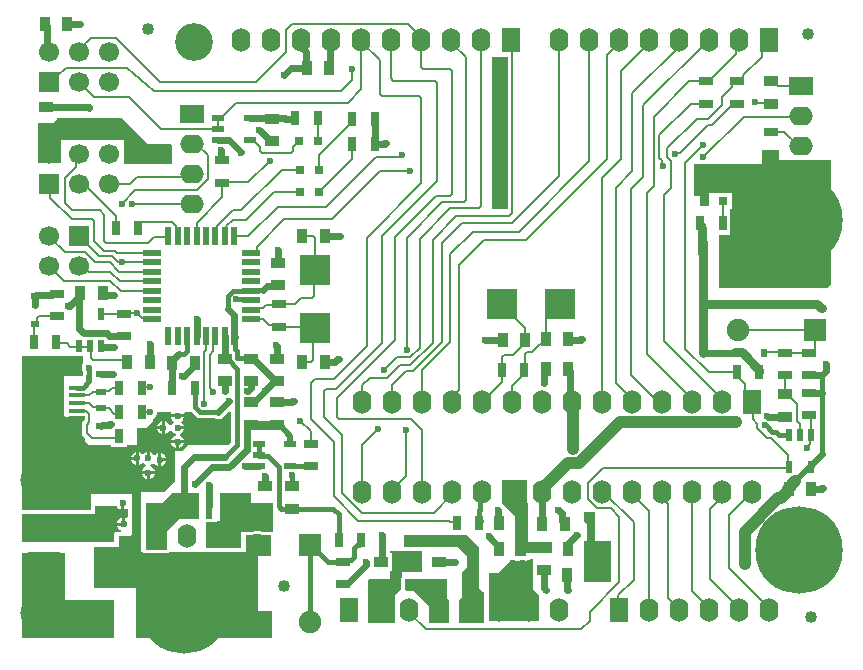
<source format=gtl>
G04*
G04 #@! TF.GenerationSoftware,Altium Limited,Altium Designer,25.1.2 (22)*
G04*
G04 Layer_Physical_Order=1*
G04 Layer_Color=255*
%FSLAX44Y44*%
%MOMM*%
G71*
G04*
G04 #@! TF.SameCoordinates,5E672C01-8995-41B4-AFFF-24039E6A3FFE*
G04*
G04*
G04 #@! TF.FilePolarity,Positive*
G04*
G01*
G75*
%ADD10C,0.2000*%
%ADD11C,0.5000*%
%ADD12C,0.4000*%
%ADD13R,0.5500X1.0000*%
%ADD14R,1.3500X0.4000*%
%ADD15R,1.4000X1.6000*%
%ADD16R,1.9000X1.9000*%
%ADD17R,3.5000X2.2000*%
%ADD18R,0.6000X2.2000*%
%ADD19R,1.3000X0.7000*%
%ADD20R,0.7000X1.3000*%
%ADD21R,0.9000X0.6000*%
%ADD22R,0.6858X0.5588*%
%ADD23R,0.5588X0.6858*%
%ADD24R,1.3000X0.9000*%
%ADD25R,1.0000X0.5500*%
%ADD26R,0.5500X1.5000*%
%ADD27R,0.8000X0.8000*%
%ADD28R,0.9000X1.3000*%
%ADD29R,1.5000X0.5500*%
%ADD30R,1.6000X3.0000*%
%ADD31R,2.5000X2.6000*%
%ADD32R,2.6000X2.5000*%
%ADD33R,2.7000X2.0000*%
%ADD61R,1.9000X1.9000*%
%ADD62C,1.9000*%
%ADD68C,1.0160*%
%ADD69C,0.6000*%
%ADD70C,0.8000*%
%ADD71C,1.0000*%
G04:AMPARAMS|DCode=72|XSize=2mm|YSize=1.25mm|CornerRadius=0.375mm|HoleSize=0mm|Usage=FLASHONLY|Rotation=0.000|XOffset=0mm|YOffset=0mm|HoleType=Round|Shape=RoundedRectangle|*
%AMROUNDEDRECTD72*
21,1,2.0000,0.5000,0,0,0.0*
21,1,1.2500,1.2500,0,0,0.0*
1,1,0.7500,0.6250,-0.2500*
1,1,0.7500,-0.6250,-0.2500*
1,1,0.7500,-0.6250,0.2500*
1,1,0.7500,0.6250,0.2500*
%
%ADD72ROUNDEDRECTD72*%
%ADD73O,1.6000X2.0000*%
%ADD74R,1.6000X2.0000*%
%ADD75O,2.0000X1.6000*%
%ADD76R,2.0000X1.6000*%
%ADD77R,1.7000X1.7000*%
%ADD78C,1.7000*%
%ADD79C,3.2000*%
%ADD80C,7.4000*%
%ADD81C,4.0000*%
%ADD82C,0.6000*%
G36*
X109000Y420000D02*
X128000D01*
X129000Y419000D01*
Y403000D01*
X89000D01*
Y425000D01*
X88000Y424000D01*
X35000D01*
Y403885D01*
X34957Y403934D01*
X35000Y404000D01*
X16000D01*
Y438000D01*
X29000D01*
X32000Y441000D01*
Y442000D01*
X87000D01*
X109000Y420000D01*
D02*
G37*
G36*
X413422Y365000D02*
X400000D01*
Y494000D01*
X413422D01*
Y365000D01*
D02*
G37*
G36*
X643000Y407000D02*
X687000D01*
Y301000D01*
X684000Y298000D01*
X592000D01*
Y343000D01*
X602000D01*
Y362500D01*
Y365000D01*
X603000D01*
Y379000D01*
X602000D01*
Y379000D01*
X584000D01*
Y368000D01*
X576000D01*
Y376000D01*
X571000D01*
Y403000D01*
X629000D01*
Y414061D01*
X629000Y415000D01*
X643000D01*
Y407000D01*
D02*
G37*
G36*
X89020Y110780D02*
X90730Y111488D01*
X92000Y111006D01*
Y104244D01*
X90730Y103469D01*
X89520Y103970D01*
Y98500D01*
X88250D01*
Y97230D01*
X82780D01*
X83553Y95362D01*
X85112Y93803D01*
X86400Y93270D01*
X86147Y92000D01*
X81000D01*
X80000Y91000D01*
Y83000D01*
X2000D01*
Y107000D01*
X63000D01*
X64000Y108000D01*
Y114000D01*
X82685D01*
X83053Y113112D01*
X84612Y111553D01*
X86480Y110780D01*
Y116250D01*
X89020D01*
Y110780D01*
D02*
G37*
G36*
X196000Y116000D02*
X214402D01*
Y113843D01*
X214790Y111892D01*
X215000Y111578D01*
Y92000D01*
X206581D01*
X206325Y92148D01*
X203146Y93000D01*
X199854D01*
X196675Y92148D01*
X196419Y92000D01*
X188000D01*
Y78000D01*
X158261D01*
X158000Y79162D01*
Y100000D01*
X167000D01*
Y101000D01*
X170000D01*
Y125000D01*
X196000D01*
Y116000D01*
D02*
G37*
G36*
X152000Y103000D02*
X135000D01*
X125000Y93000D01*
Y76732D01*
X107000D01*
Y116000D01*
X121000D01*
X130000Y125000D01*
X152000D01*
Y103000D01*
D02*
G37*
G36*
X430000Y117000D02*
X431000Y116000D01*
Y83000D01*
X451000D01*
Y74000D01*
X429000D01*
Y72230D01*
X427730Y71381D01*
X427444Y71500D01*
X425056D01*
X423849Y71000D01*
X420650D01*
X420000Y71269D01*
Y105000D01*
X409000Y116000D01*
Y136000D01*
X430000D01*
Y117000D01*
D02*
G37*
G36*
X435000Y43000D02*
X440000Y38000D01*
Y16000D01*
X398000D01*
X397969Y16031D01*
Y56958D01*
X398000Y57000D01*
X405000D01*
X415980Y67980D01*
X417250Y67500D01*
Y67500D01*
X432250D01*
Y69000D01*
X435000D01*
Y43000D01*
D02*
G37*
G36*
X487000Y108680D02*
Y84000D01*
X501000D01*
Y49000D01*
X478000D01*
Y84000D01*
X481000D01*
Y98000D01*
X478000Y101000D01*
Y109000D01*
X486521D01*
X487000Y108680D01*
D02*
G37*
G36*
X389000Y79000D02*
Y44000D01*
X392000Y41000D01*
X393000D01*
Y15000D01*
X372000D01*
Y34000D01*
X375000Y37000D01*
Y58000D01*
X379000Y62000D01*
Y71000D01*
X371000Y79000D01*
X341296D01*
X341000Y79059D01*
X326941D01*
X326000Y80000D01*
Y89000D01*
X379000D01*
X389000Y79000D01*
D02*
G37*
G36*
X362000Y36000D02*
X364000Y34000D01*
Y15000D01*
X347000D01*
Y29000D01*
X334000Y42000D01*
X327517D01*
X326513Y43270D01*
X326559Y43500D01*
X326559Y43500D01*
Y51430D01*
X326826Y51829D01*
X326860Y52000D01*
X362000D01*
Y36000D01*
D02*
G37*
G36*
X341000Y59000D02*
X340000Y58000D01*
X324000D01*
Y53000D01*
X323500D01*
Y43500D01*
X318000Y38000D01*
Y15000D01*
X295000D01*
Y51204D01*
X296000Y52000D01*
X314000D01*
Y59000D01*
X315500D01*
Y74000D01*
X314000D01*
Y76000D01*
X341000D01*
Y59000D01*
D02*
G37*
G36*
X54000Y234485D02*
X53913Y234399D01*
X53000Y232194D01*
Y229806D01*
X53913Y227601D01*
X54000Y227515D01*
Y225254D01*
X53481Y224000D01*
X38000D01*
Y190000D01*
X38995D01*
Y189500D01*
X54917D01*
Y186240D01*
X54111Y185434D01*
X53227Y184111D01*
X52917Y182550D01*
X52917Y182550D01*
Y175763D01*
X52917Y175762D01*
X53227Y174202D01*
X54111Y172878D01*
X56000Y170990D01*
Y168000D01*
X59000Y165000D01*
X78000D01*
Y163500D01*
X91000D01*
Y165000D01*
X100000D01*
Y180000D01*
X107000D01*
X113000Y186000D01*
Y187791D01*
X113899Y188163D01*
X115587Y189851D01*
X116500Y192057D01*
Y193000D01*
X128103D01*
X128809Y191944D01*
X128530Y191270D01*
X139470D01*
X139191Y191944D01*
X139897Y193000D01*
X145884D01*
X149238Y189645D01*
X150892Y188540D01*
X152843Y188152D01*
X165330D01*
X166159Y187598D01*
X168500Y187132D01*
X170841Y187598D01*
X172826Y188924D01*
X176901Y193000D01*
X179000D01*
Y167053D01*
X176947Y165000D01*
X143000D01*
X138000Y160000D01*
X132000D01*
Y135000D01*
X123000Y126000D01*
X103000D01*
Y75000D01*
X104549D01*
X104837Y74569D01*
X105829Y73906D01*
X107000Y73674D01*
X125000D01*
X126171Y73906D01*
X127163Y74569D01*
X127451Y75000D01*
X140879D01*
X141600Y74905D01*
X142321Y75000D01*
X157703D01*
X157739Y74986D01*
X158003Y74993D01*
X158261Y74941D01*
X166725D01*
X167000Y74905D01*
X167274Y74941D01*
X188000D01*
X188295Y75000D01*
X192000D01*
Y88941D01*
X196419D01*
X196616Y88981D01*
X196818Y88967D01*
X197197Y89096D01*
X197589Y89174D01*
X197720Y89261D01*
X200257Y89941D01*
X202743D01*
X205280Y89261D01*
X205411Y89174D01*
X205803Y89096D01*
X206182Y88967D01*
X206383Y88981D01*
X206581Y88941D01*
X213000D01*
Y71000D01*
X202000D01*
Y26000D01*
X203000Y25000D01*
X214000D01*
Y2000D01*
X99000D01*
Y44000D01*
X63000D01*
Y79000D01*
X85000D01*
X84000Y80000D01*
Y88000D01*
X94000D01*
X95000Y89000D01*
Y103949D01*
X95059Y104244D01*
Y111006D01*
X95050Y111052D01*
X95057Y111098D01*
X95000Y111347D01*
Y124000D01*
X61000D01*
Y114296D01*
X60941Y114000D01*
Y110059D01*
X2000D01*
Y241000D01*
X54000D01*
Y234485D01*
D02*
G37*
G36*
X39000Y34000D02*
X80000D01*
Y2000D01*
X2000D01*
Y74000D01*
X39000D01*
Y34000D01*
D02*
G37*
%LPC*%
G36*
X86980Y103970D02*
X85112Y103197D01*
X83553Y101638D01*
X82780Y99770D01*
X86980D01*
Y103970D01*
D02*
G37*
G36*
X139470Y188730D02*
X128530D01*
X129303Y186862D01*
X130336Y185830D01*
X130721Y185000D01*
X130336Y184170D01*
X129303Y183138D01*
X128687Y181651D01*
X127313D01*
X126697Y183138D01*
X125138Y184697D01*
X123270Y185470D01*
Y180000D01*
Y174530D01*
X125138Y175303D01*
X126697Y176862D01*
X127313Y178349D01*
X128687D01*
X129303Y176862D01*
X130862Y175303D01*
X132349Y174687D01*
Y173313D01*
X130862Y172697D01*
X129303Y171138D01*
X128530Y169270D01*
X139470D01*
X138697Y171138D01*
X137138Y172697D01*
X135651Y173313D01*
Y174687D01*
X137138Y175303D01*
X138697Y176862D01*
X139470Y178730D01*
X134000D01*
Y181270D01*
X139470D01*
X138697Y183138D01*
X137664Y184170D01*
X137279Y185000D01*
X137664Y185830D01*
X138697Y186862D01*
X139470Y188730D01*
D02*
G37*
G36*
X120730Y185470D02*
X118862Y184697D01*
X117303Y183138D01*
X116530Y181270D01*
X120730D01*
Y185470D01*
D02*
G37*
G36*
Y178730D02*
X116530D01*
X117303Y176862D01*
X118862Y175303D01*
X120730Y174530D01*
Y178730D01*
D02*
G37*
G36*
X139470Y166730D02*
X135270D01*
Y162530D01*
X137138Y163303D01*
X138697Y164862D01*
X139470Y166730D01*
D02*
G37*
G36*
X132730D02*
X128530D01*
X129303Y164862D01*
X130862Y163303D01*
X132730Y162530D01*
Y166730D01*
D02*
G37*
G36*
X98730Y159470D02*
X96862Y158697D01*
X95303Y157138D01*
X94530Y155270D01*
X98730D01*
Y159470D01*
D02*
G37*
G36*
X120270Y158470D02*
Y154270D01*
X124470D01*
X123697Y156138D01*
X122138Y157697D01*
X120270Y158470D01*
D02*
G37*
G36*
X110270Y159470D02*
Y154000D01*
X107730D01*
Y159470D01*
X105862Y158697D01*
X104500Y157335D01*
X103138Y158697D01*
X101270Y159470D01*
Y154000D01*
Y148530D01*
X103138Y149303D01*
X104500Y150665D01*
X105862Y149303D01*
X107349Y148687D01*
Y147313D01*
X105862Y146697D01*
X104303Y145138D01*
X103530Y143270D01*
X114470D01*
X113697Y145138D01*
X112138Y146697D01*
X110651Y147313D01*
Y148687D01*
X112138Y149303D01*
X112861Y150026D01*
X114303Y149862D01*
X115862Y148303D01*
X117730Y147530D01*
Y153000D01*
Y158470D01*
X115862Y157697D01*
X115139Y156974D01*
X113697Y157138D01*
X112138Y158697D01*
X110270Y159470D01*
D02*
G37*
G36*
X98730Y152730D02*
X94530D01*
X95303Y150862D01*
X96862Y149303D01*
X98730Y148530D01*
Y152730D01*
D02*
G37*
G36*
X124470Y151730D02*
X120270D01*
Y147530D01*
X122138Y148303D01*
X123697Y149862D01*
X124470Y151730D01*
D02*
G37*
G36*
X114470Y140730D02*
X110270D01*
Y136530D01*
X112138Y137303D01*
X113697Y138862D01*
X114470Y140730D01*
D02*
G37*
G36*
X107730D02*
X103530D01*
X104303Y138862D01*
X105862Y137303D01*
X107730Y136530D01*
Y140730D01*
D02*
G37*
%LPD*%
D10*
X289500Y506440D02*
Y508000D01*
X56995Y182550D02*
X58995Y184550D01*
X56995Y175762D02*
X61257Y171500D01*
X56995Y175762D02*
Y182550D01*
X58995Y184550D02*
Y191743D01*
X417500Y361500D02*
Y508000D01*
X370000Y359000D02*
X415000D01*
X417500Y361500D01*
X268000Y213000D02*
X307000Y252000D01*
Y342000D01*
X259757Y213000D02*
X268000D01*
X365760Y506000D02*
X378000Y493760D01*
X376243Y371000D02*
X378000Y372757D01*
X358000Y371000D02*
X376243D01*
X378000Y372757D02*
Y493760D01*
X342117Y484000D02*
X364243D01*
Y376000D02*
X366000Y377757D01*
X364243Y484000D02*
X366000Y482243D01*
X352716Y376000D02*
X364243D01*
X366000Y377757D02*
Y482243D01*
X352243Y474000D02*
X354000Y472243D01*
X307000Y342000D02*
X354000Y389000D01*
Y472243D01*
X316757Y474000D02*
X352243D01*
X318000Y341284D02*
X352716Y376000D01*
X365000Y327000D02*
X384000Y346000D01*
X365000Y252595D02*
Y327000D01*
X384000Y346000D02*
X423000D01*
X358000Y252666D02*
Y336000D01*
X375000Y353000D02*
X417000D01*
X358000Y336000D02*
X375000Y353000D01*
X328000Y341000D02*
X358000Y371000D01*
X328000Y246000D02*
Y341000D01*
X350000Y339000D02*
X370000Y359000D01*
X350000Y251737D02*
Y339000D01*
X331061Y232798D02*
X350000Y251737D01*
X339000Y247808D02*
Y340000D01*
X330692Y239500D02*
X339000Y247808D01*
Y340000D02*
X365000Y366000D01*
X389403D01*
X393000Y339000D02*
X429000D01*
X372000Y318000D02*
X393000Y339000D01*
X372000Y212187D02*
Y318000D01*
X269000Y205071D02*
X318000Y254071D01*
Y341284D01*
X333132Y227798D02*
X358000Y252666D01*
X341250Y228845D02*
X365000Y252595D01*
X366650Y206837D02*
X372000Y212187D01*
X366650Y201930D02*
Y206837D01*
X266000Y221000D02*
X294000Y249000D01*
Y341000D01*
X340000Y387000D01*
X311692Y222500D02*
X321990Y232798D01*
X331061D01*
X296520Y222500D02*
X311692D01*
X319500Y239500D02*
X330692D01*
X290450Y216430D02*
X296520Y222500D01*
X309000Y229000D02*
X319500Y239500D01*
X327218Y227798D02*
X333132D01*
X315850Y216430D02*
X327218Y227798D01*
X341250Y201930D02*
Y228845D01*
X315850Y201930D02*
Y216430D01*
X290450Y201930D02*
Y216430D01*
X389403Y366000D02*
X391160Y367757D01*
Y508000D01*
X270757Y187750D02*
X332000D01*
X269000Y189507D02*
X270757Y187750D01*
X269000Y189507D02*
Y205071D01*
X258000Y189000D02*
X273000Y174000D01*
X258000Y189000D02*
Y211243D01*
X259757Y213000D01*
X247000Y187000D02*
X266000Y168000D01*
Y122000D02*
Y168000D01*
X289500Y466757D02*
Y506440D01*
X247000Y187000D02*
Y218000D01*
X250000Y221000D01*
X266000D01*
X340000Y387000D02*
Y459243D01*
X338243Y461000D02*
X340000Y459243D01*
X306757Y461000D02*
X338243D01*
X365760Y506000D02*
Y508000D01*
X340360Y485757D02*
Y508000D01*
Y485757D02*
X342117Y484000D01*
X315000Y475757D02*
X316757Y474000D01*
X305000Y462757D02*
X306757Y461000D01*
X305000Y462757D02*
Y491000D01*
X289560Y506440D02*
X305000Y491000D01*
X289560Y506440D02*
Y508000D01*
X290000Y126000D02*
Y165000D01*
X303750Y178750D01*
X289916Y108000D02*
X350920D01*
X287000Y101000D02*
X364000D01*
X273000Y124917D02*
X289916Y108000D01*
X266000Y122000D02*
X287000Y101000D01*
X364000D02*
X364500Y100500D01*
Y100000D02*
Y100500D01*
Y100000D02*
X370500D01*
X350920Y108000D02*
X366650Y123730D01*
X327250Y139130D02*
Y178250D01*
X273000Y124917D02*
Y174000D01*
X247000Y166500D02*
Y177000D01*
X238000Y186000D02*
X247000Y177000D01*
X548500Y416500D02*
X573750Y441750D01*
X583200D01*
X548500Y409308D02*
Y416500D01*
X555303Y412303D02*
X559303D01*
X583000Y436000D02*
X586500D01*
X559303Y412303D02*
X583000Y436000D01*
X555000Y412000D02*
X555303Y412303D01*
X586500Y436000D02*
X605500Y455000D01*
X548500Y409308D02*
X552000Y405808D01*
Y383000D02*
Y405808D01*
X546000Y377000D02*
X552000Y383000D01*
X564000Y246893D02*
X583893Y227000D01*
X564000Y404500D02*
X579000Y419500D01*
X564000Y246893D02*
Y404500D01*
X595000Y202000D02*
Y204180D01*
X546000Y253180D02*
X595000Y204180D01*
X546000Y253180D02*
Y377000D01*
X531000Y242780D02*
X571000Y202780D01*
Y201000D02*
Y202780D01*
X542000Y408737D02*
X544426Y406311D01*
X542000Y428071D02*
X568429Y454500D01*
X542000Y408737D02*
Y428071D01*
X544426Y402574D02*
X545000Y402000D01*
X544426Y402574D02*
Y406311D01*
X537000Y443500D02*
X567000Y473500D01*
X537000Y385000D02*
Y443500D01*
X531000Y379000D02*
X537000Y385000D01*
X531000Y242780D02*
Y379000D01*
X544000Y200000D02*
Y200862D01*
X536583Y206417D02*
X538445D01*
X518000Y225000D02*
X536583Y206417D01*
X538445D02*
X544000Y200862D01*
X528000Y392000D02*
Y453000D01*
X518000Y382000D02*
X528000Y392000D01*
X518000Y225000D02*
Y382000D01*
X528000Y453000D02*
X582750Y507750D01*
X519050Y401000D02*
Y463300D01*
X559250Y503500D01*
X519000Y397000D02*
Y401000D01*
X505000Y383000D02*
X519000Y397000D01*
X505000Y217980D02*
Y383000D01*
Y217980D02*
X519050Y203930D01*
Y201930D02*
Y203930D01*
X509750Y407500D02*
Y482350D01*
X533500Y506100D01*
X493650Y391400D02*
X509750Y407500D01*
X457000Y393000D02*
Y507500D01*
X417000Y353000D02*
X457000Y393000D01*
X423000Y346000D02*
X482600Y405600D01*
Y506100D01*
X429000Y339000D02*
X497250Y407250D01*
Y495250D01*
X493650Y201930D02*
Y391400D01*
X60750Y510250D02*
X81750D01*
X119000Y473000D02*
X200750D01*
X81750Y510250D02*
X119000Y473000D01*
X583893Y227000D02*
X607500D01*
X103500Y193250D02*
X110500D01*
X158000Y245521D02*
Y258000D01*
X156500Y244021D02*
X158000Y245521D01*
X156250Y200250D02*
X156500Y200500D01*
Y244021D01*
X103500Y214000D02*
X103750Y214250D01*
X110750D01*
X164750Y256750D02*
X166000Y258000D01*
X164750Y250743D02*
Y256750D01*
X164250Y250243D02*
X164750Y250743D01*
X164250Y244700D02*
Y250243D01*
X161500Y241950D02*
X164250Y244700D01*
X161500Y213312D02*
X163750Y211062D01*
X161500Y213312D02*
Y241950D01*
X163750Y210250D02*
Y211062D01*
X315500Y127380D02*
X327250Y139130D01*
X315500Y125500D02*
Y127380D01*
X120000Y433000D02*
X168500D01*
X63240Y460000D02*
X93000D01*
X120000Y433000D01*
X50800Y472440D02*
X63240Y460000D01*
X277996Y455254D02*
X289500Y466757D01*
X183504Y455254D02*
X277996D01*
X170750Y442500D02*
X183504Y455254D01*
X168500Y433000D02*
Y442250D01*
X168250Y442500D02*
X168500Y442250D01*
X168250Y442500D02*
X170750D01*
X636000Y430500D02*
X647700D01*
X659700Y418500D01*
X662000D01*
X49250Y194500D02*
X49750Y194000D01*
X83000Y171500D02*
X84500Y173000D01*
X61257Y171500D02*
X83000D01*
X56738Y194000D02*
X58995Y191743D01*
X49750Y194000D02*
X56738D01*
X12071Y267514D02*
X12653Y268097D01*
X12071Y252429D02*
Y267514D01*
X13500Y267558D02*
X13608D01*
X14902Y268852D01*
X16660Y274500D02*
X32250D01*
X14902Y268852D02*
Y272743D01*
X16660Y274500D01*
X281750Y419750D02*
X282000Y420000D01*
X281750Y407750D02*
Y419750D01*
X254000Y380000D02*
X281750Y407750D01*
X282000Y420000D02*
Y421000D01*
Y438750D02*
Y441000D01*
X254000Y410750D02*
X282000Y438750D01*
X254000Y398000D02*
Y410750D01*
X282000Y441500D02*
X282500D01*
X252500Y442000D02*
X252750D01*
X252750Y442000D01*
Y423000D02*
Y442000D01*
Y423000D02*
X253250Y422500D01*
X203750Y414257D02*
X205507Y412500D01*
X229743D02*
X231864Y414621D01*
X237000Y423000D02*
Y423250D01*
X231864Y417864D02*
X237000Y423000D01*
X231864Y414621D02*
Y417864D01*
X205507Y412500D02*
X229743D01*
X203750Y414257D02*
Y417500D01*
X195500Y423250D02*
X198000D01*
X203750Y417500D01*
X195500Y423250D02*
Y423500D01*
X595500Y371750D02*
X595750Y371500D01*
Y372000D02*
X596000D01*
X595250Y352750D02*
X595750Y353250D01*
Y371500D01*
X595500Y371750D02*
X595750Y372000D01*
X642500Y469000D02*
X662000D01*
X637750Y473750D02*
X642500Y469000D01*
X636500Y473750D02*
X637750D01*
X200750Y473000D02*
X226125Y498375D01*
X340500Y509000D02*
Y509860D01*
X328860Y521500D02*
X340500Y509860D01*
X332000Y187750D02*
X341250Y178500D01*
Y125730D02*
Y178500D01*
X231000Y521500D02*
X328860D01*
X226125Y498375D02*
Y516625D01*
X231000Y521500D01*
X50750Y498250D02*
Y500250D01*
X60750Y510250D01*
X50800Y497840D02*
Y498200D01*
X50750Y498250D02*
X50800Y498200D01*
X272250Y465000D02*
X281750Y474500D01*
X91129Y484466D02*
X114116Y465000D01*
X272250D01*
X315000Y475757D02*
Y508000D01*
X281750Y474500D02*
Y484000D01*
X366650Y123730D02*
Y125730D01*
X25400Y472440D02*
X32400Y478250D01*
X39056Y483774D02*
X39889Y484466D01*
X32400Y478250D02*
X39056Y483774D01*
X39889Y484466D02*
X91129Y484466D01*
X417250Y508250D02*
X417500Y508000D01*
X497250Y495250D02*
X508500Y506500D01*
Y507500D01*
X533500Y506100D02*
Y508000D01*
X559250Y503500D02*
Y507250D01*
X582750Y507750D02*
X584000D01*
X607113Y506613D02*
X609500Y509000D01*
X607113Y496613D02*
Y506613D01*
X584000Y473500D02*
X607113Y496613D01*
X567000Y473500D02*
X584000D01*
X583200Y441750D02*
X595000Y453550D01*
X628500Y501000D02*
X635250Y507750D01*
X628500Y494000D02*
Y501000D01*
X613000Y478500D02*
X628500Y494000D01*
X613000Y475500D02*
Y478500D01*
X605250Y473750D02*
X608000D01*
Y473500D02*
X611000D01*
X613000Y475500D01*
X603000Y471500D02*
X605250Y473750D01*
X603000Y468500D02*
Y471500D01*
X595000Y453550D02*
Y460000D01*
X594750Y460250D02*
X603000Y468500D01*
X75500Y196500D02*
X80000Y192000D01*
X84250D01*
X84750Y192500D01*
X67943Y197557D02*
X69000Y196500D01*
X58750Y201000D02*
X62193Y197557D01*
X69000Y196500D02*
X75500D01*
X48745Y201000D02*
X58750D01*
X62193Y197557D02*
X67943D01*
X68750Y210500D02*
X69000Y210750D01*
X75500D01*
X78750Y214000D01*
X84750D01*
X62250Y210500D02*
X68750D01*
X84750Y214000D02*
X85000Y213750D01*
X59250Y207500D02*
X62250Y210500D01*
X48745Y207500D02*
X59250D01*
X671750Y244000D02*
X673250Y245500D01*
X668750Y244000D02*
X671750D01*
X668250Y243500D02*
X668750Y244000D01*
X648500Y243500D02*
X668250D01*
X647750Y244250D02*
X648500Y243500D01*
X631500Y244250D02*
X647750D01*
X631000Y244750D02*
X631500Y244250D01*
X673250Y245500D02*
Y262250D01*
X673000Y262500D02*
X673250Y262250D01*
X608500D02*
Y262500D01*
Y262250D02*
X608750Y262500D01*
X673000D01*
X601000Y61400D02*
Y106080D01*
Y61400D02*
X635750Y26650D01*
Y24250D02*
Y26650D01*
X601000Y106080D02*
X620650Y125730D01*
X585000Y111473D02*
X595250Y121723D01*
X585000Y52000D02*
X610500Y26500D01*
X585000Y52000D02*
Y111473D01*
X595250Y121723D02*
Y125730D01*
X610500Y24500D02*
Y26500D01*
X584750Y25000D02*
Y26850D01*
X569850Y41750D02*
X584750Y26850D01*
X569850Y41750D02*
Y125730D01*
X544450Y120523D02*
Y125730D01*
Y120523D02*
X549500Y115473D01*
Y36250D02*
X560250Y25500D01*
Y25500D02*
Y25500D01*
X549500Y36250D02*
Y115473D01*
X519500Y123280D02*
X533400Y109380D01*
Y25400D02*
Y109380D01*
X519500Y123280D02*
Y125500D01*
X507250Y24000D02*
Y38250D01*
X520000Y51000D02*
Y99821D01*
X507250Y38250D02*
X520000Y51000D01*
X494091Y125730D02*
X520000Y99821D01*
X493650Y125730D02*
X494091D01*
X494500Y146250D02*
X651000D01*
X508000Y49000D02*
Y104750D01*
X482750Y23750D02*
X508000Y49000D01*
X500520Y112230D02*
X508000Y104750D01*
X481743Y133493D02*
X494500Y146250D01*
X620750Y187250D02*
Y202250D01*
Y187250D02*
X624750Y183250D01*
Y179558D02*
Y183250D01*
Y179558D02*
X633058Y171250D01*
X614150Y208850D02*
X620750Y202250D01*
X481743Y119374D02*
Y133493D01*
X482750Y16250D02*
Y23750D01*
X488887Y112230D02*
X500520D01*
X481743Y119374D02*
X488887Y112230D01*
X330200Y23550D02*
Y25400D01*
Y23550D02*
X344500Y9250D01*
X475750D01*
X482750Y16250D01*
X614150Y208850D02*
Y217350D01*
X607750Y223750D02*
X614150Y217350D01*
X650750Y146500D02*
Y157250D01*
Y146500D02*
X651000Y146250D01*
X636750Y171250D02*
X650750Y157250D01*
X633058Y171250D02*
X636750D01*
X648000Y208750D02*
Y224500D01*
X661000Y173500D02*
X661500Y173000D01*
X661000Y173500D02*
Y183550D01*
X658500Y186050D02*
X661000Y183550D01*
X658500Y186050D02*
Y200000D01*
X649500Y209000D02*
X658500Y200000D01*
X648250Y209000D02*
X649500D01*
X636000Y454500D02*
Y454750D01*
X623250D02*
X636000D01*
X622500Y455500D02*
X623250Y454750D01*
X667000Y163250D02*
Y164062D01*
X669250Y166312D01*
Y172250D01*
X670500Y173500D01*
X668750Y190500D02*
X670500Y188750D01*
Y173500D02*
Y188750D01*
X391750Y201500D02*
X408750Y218500D01*
Y239493D02*
X410507Y241250D01*
X417750D01*
X408750Y218500D02*
Y239493D01*
X417750Y241250D02*
X428250Y251750D01*
X408000Y284750D02*
X408250D01*
Y285000D02*
X408500D01*
X428250Y251750D02*
Y264750D01*
X408000Y284750D02*
X408250Y285000D01*
Y284750D02*
X428250Y264750D01*
X457250Y285000D02*
X457500D01*
X457000Y284750D02*
X457250Y285000D01*
X421257Y219757D02*
X427250Y225750D01*
X421257Y219757D02*
X421257D01*
X417000Y215500D02*
X421257Y219757D01*
X417000Y202000D02*
Y215500D01*
X427250Y225750D02*
Y229000D01*
X427500D02*
X428243Y229743D01*
X445500Y255500D02*
Y272500D01*
X456750Y283750D01*
Y284750D01*
X457000D02*
X465750Y276000D01*
X444750Y252750D02*
Y255250D01*
X442500Y250500D02*
X444750Y252750D01*
X428243Y242243D02*
X430000Y244000D01*
X434450D01*
X440950Y250500D02*
X442500D01*
X428243Y229743D02*
Y242243D01*
X434450Y244000D02*
X440950Y250500D01*
X172000Y387750D02*
X193750D01*
X212000Y406000D01*
X661650Y443250D02*
X662000Y443600D01*
X613250Y443250D02*
X661650D01*
X579000Y409000D02*
X613250Y443250D01*
X172000Y387500D02*
Y387750D01*
Y375500D02*
Y387500D01*
X150250Y353750D02*
X172000Y375500D01*
X150250Y343500D02*
Y353750D01*
X150000Y343250D02*
X150250Y343500D01*
X150000Y342000D02*
Y343250D01*
X182000Y342000D02*
X194000D01*
X219000Y367000D02*
X260000D01*
X194000Y342000D02*
X219000Y367000D01*
X260000D02*
X302000Y409000D01*
X321188D02*
X323188Y411000D01*
X324000D01*
X302000Y409000D02*
X321188D01*
X605500Y455000D02*
X608000D01*
X167750Y350950D02*
X180800Y364000D01*
X188000D01*
X222000Y398000D01*
X166000Y342000D02*
X167250Y343250D01*
Y349257D02*
X167750Y349757D01*
Y350950D01*
X167250Y343250D02*
Y349257D01*
X222000Y398000D02*
X238250D01*
X50800Y386080D02*
X54588D01*
X58721Y381948D01*
X59052D02*
X81500Y359500D01*
Y348250D02*
Y359500D01*
X58721Y381948D02*
X59052D01*
X134000Y341750D02*
Y342000D01*
X132750Y343000D02*
X134000Y341750D01*
X132750Y343000D02*
Y350450D01*
X129200Y354000D02*
X132750Y350450D01*
X100000Y351500D02*
X102500Y354000D01*
X100000Y349000D02*
Y351500D01*
X102500Y354000D02*
X129200D01*
X196000Y328000D02*
X200057D01*
X224500Y356500D02*
X264500D01*
X200057Y328000D02*
X201307Y329250D01*
Y333307D01*
X224500Y356500D01*
X264500D02*
X305000Y397000D01*
X331000D01*
X568429Y454500D02*
X581000D01*
X175250Y350450D02*
X180800Y356000D01*
X192000D01*
X215250Y379250D01*
X175250Y343250D02*
Y350450D01*
X215250Y379250D02*
X237750D01*
X174000Y342000D02*
X175250Y343250D01*
X237750Y379250D02*
X238500Y380000D01*
X110750Y273250D02*
X112000Y272000D01*
X96800Y369800D02*
X146000D01*
X96250Y369250D02*
X96800Y369800D01*
X95500Y369250D02*
X96250D01*
X99550Y277250D02*
X103550Y273250D01*
X99500Y277250D02*
X99550D01*
X103550Y273250D02*
X110750D01*
X99125Y276875D02*
X99500Y277250D01*
X89000Y276500D02*
X89375Y276875D01*
X99125D01*
X71000Y276500D02*
X89500D01*
X70250Y275750D02*
X71000Y276500D01*
X85679Y296000D02*
X112500D01*
X77079Y304600D02*
X85679Y296000D01*
X37400Y304600D02*
X77079D01*
X25400Y316600D02*
X37400Y304600D01*
X54439Y316750D02*
X59188Y312000D01*
X77000D01*
X85000Y304000D01*
X51000Y316750D02*
X54439D01*
X85000Y304000D02*
X112000D01*
X73468Y320000D02*
X76500D01*
X84500Y312000D01*
X64371Y320000D02*
X73468D01*
X112250Y312000D02*
X112500Y312250D01*
X84500Y312000D02*
X112000D01*
X112250D01*
X25500Y341900D02*
Y342000D01*
X25400Y342000D02*
X25500D01*
X25500Y342000D01*
X38800Y328600D02*
X55771D01*
X64371Y320000D01*
X25500Y341900D02*
X38800Y328600D01*
X112000Y320000D02*
X112000D01*
X67800Y325000D02*
X78571D01*
X83571Y320000D02*
X112000D01*
X112000Y320000D02*
X112000Y320000D01*
X78571Y325000D02*
X83571Y320000D01*
X149667Y420600D02*
X159500Y410767D01*
Y390437D02*
Y410767D01*
X50800Y342000D02*
X67800Y325000D01*
X86750Y369750D02*
X98300Y381300D01*
X150363D01*
X146000Y420600D02*
X149667D01*
X150363Y381300D02*
X159500Y390437D01*
X45000Y364000D02*
X68000D01*
X71500Y360500D01*
Y337811D02*
Y360500D01*
X38800Y370200D02*
Y391051D01*
Y370200D02*
X45000Y364000D01*
X48121Y408801D02*
X50800Y411480D01*
X48121Y400372D02*
Y408801D01*
X38800Y391051D02*
X48121Y400372D01*
X71500Y337811D02*
X73257Y336053D01*
X114000Y341500D02*
X125750D01*
X108553Y336053D02*
X114000Y341500D01*
X73257Y336053D02*
X108553D01*
X71929Y330000D02*
X80642D01*
X82642Y328000D01*
X111750D01*
X61775Y356468D02*
X63532Y354711D01*
Y338397D02*
Y354711D01*
X44532Y356468D02*
X61775D01*
X26163Y374837D02*
X44532Y356468D01*
X26163Y374837D02*
Y385317D01*
X25400Y386080D02*
X26163Y385317D01*
X63532Y338397D02*
X71929Y330000D01*
X111750Y328000D02*
X111750Y328000D01*
X136455Y392713D02*
X143513D01*
X135743Y392000D02*
X136455Y392713D01*
X99929Y392000D02*
X135743D01*
X94009Y386080D02*
X99929Y392000D01*
X143513Y392713D02*
X146000Y395200D01*
X76200Y386080D02*
X94009D01*
X90000Y237500D02*
X91500Y236000D01*
X60250Y248500D02*
X60500Y248250D01*
X40250Y251500D02*
X43250Y248500D01*
X31750Y251500D02*
X40250D01*
X31000Y252250D02*
X31750Y251500D01*
X60500Y239257D02*
Y248250D01*
X62257Y237500D02*
X90000D01*
X43250Y248500D02*
X60250D01*
X60500Y239257D02*
X62257Y237500D01*
X196000Y280000D02*
X197250Y281250D01*
X206000D01*
X209000Y284250D01*
X222750D01*
X233500Y284500D02*
X238500Y289500D01*
X247993D01*
X249750Y291257D01*
Y313750D01*
X239250Y340250D02*
Y342000D01*
Y340250D02*
X242500Y337000D01*
X250000Y313500D02*
Y340493D01*
X220000Y284500D02*
X233500D01*
X248243Y342250D02*
X250000Y340493D01*
X239750Y342250D02*
X248243D01*
X239250Y341750D02*
X239750Y342250D01*
X218493Y267007D02*
X219750Y265750D01*
X210993Y267007D02*
X218493D01*
X196243Y271757D02*
X206243D01*
X196000Y272000D02*
X196243Y271757D01*
X206243D02*
X210993Y267007D01*
X220000Y265500D02*
X249500D01*
X250000Y265000D01*
X249000Y263750D02*
X249500Y264250D01*
X247243Y236000D02*
X249000Y237757D01*
Y263750D01*
X239500Y236000D02*
X247243D01*
D11*
X657000Y134500D02*
X669500Y147000D01*
X671000D01*
X220500Y182000D02*
X229071Y173429D01*
Y166750D02*
Y173429D01*
Y166750D02*
X229321Y166500D01*
X229500D01*
D12*
X59000Y223000D02*
X59125Y223125D01*
Y230875D01*
X59000Y231000D02*
X59125Y230875D01*
X679750Y158000D02*
Y224250D01*
X273500Y66000D02*
X275500Y68000D01*
X389500Y99750D02*
X390775Y101025D01*
X289500Y82000D02*
Y85000D01*
X285593Y80500D02*
X288000D01*
X289500Y82000D01*
X283250Y78157D02*
X285593Y80500D01*
X280907Y68000D02*
X283250Y70343D01*
X275500Y68000D02*
X280907D01*
X283250Y70343D02*
Y78157D01*
X246500Y80500D02*
X261000Y66000D01*
X273500D01*
X246500Y15500D02*
Y80500D01*
X246500Y80500D02*
X246500D01*
X246500D02*
X246500Y80500D01*
X221843Y111500D02*
X231000D01*
X201750Y157250D02*
X202000D01*
X270500Y84500D02*
Y106750D01*
X201750Y157250D02*
X202750Y156250D01*
X265750Y111500D02*
X270500Y106750D01*
X202750Y156250D02*
X210250D01*
X231000Y111500D02*
X265750D01*
X210250Y156250D02*
X219500Y147000D01*
X202250Y166750D02*
X202500Y166500D01*
X219500Y113843D02*
Y147000D01*
X202500Y157750D02*
Y166500D01*
X202000Y157250D02*
X202500Y157750D01*
X219500Y113843D02*
X221843Y111500D01*
X390775Y124455D02*
X392050Y125730D01*
X389754Y123434D02*
X392050Y125730D01*
X389250Y100000D02*
Y110000D01*
X389754Y110504D01*
Y123434D01*
X229250Y147500D02*
X229500D01*
X229250Y147500D02*
X229250Y147500D01*
X229250Y147500D02*
X246500D01*
X184000Y288750D02*
X195250D01*
X196000Y288000D01*
X183750Y289000D02*
X184000Y288750D01*
X637291Y176750D02*
X640250D01*
X643500Y173500D01*
X651500D01*
X631250Y182250D02*
X631791D01*
X637291Y176750D01*
X231000Y130500D02*
Y139750D01*
X176250Y238250D02*
X184500Y230000D01*
Y165343D02*
Y230000D01*
X174021Y154864D02*
X184500Y165343D01*
X48745Y214000D02*
X53495D01*
X59000Y219505D01*
X651500Y128000D02*
X654000Y130500D01*
X481000Y105459D02*
X483250Y103209D01*
X481000Y105459D02*
Y106000D01*
X483250Y77000D02*
Y103209D01*
X152843Y193250D02*
X168500D01*
X148500Y197593D02*
Y214000D01*
Y197593D02*
X152843Y193250D01*
X196750Y296750D02*
X206500D01*
X196000Y296000D02*
X196750Y296750D01*
X176750Y291900D02*
X180851Y296000D01*
X196000D01*
X176750Y280325D02*
Y291900D01*
X182750Y246407D02*
X184500Y244657D01*
Y239343D02*
Y244657D01*
X182750Y246407D02*
Y257250D01*
X184500Y239343D02*
X194407D01*
X135250Y242750D02*
X139593D01*
X142000Y245157D02*
Y259500D01*
X139593Y242750D02*
X142000Y245157D01*
D13*
X50500Y249500D02*
D03*
X60000D02*
D03*
X69500Y276500D02*
D03*
Y249500D02*
D03*
X651500Y173500D02*
D03*
Y146500D02*
D03*
X661000Y173500D02*
D03*
X670500D02*
D03*
Y146500D02*
D03*
D14*
X48745Y214000D02*
D03*
Y207500D02*
D03*
Y201000D02*
D03*
Y188000D02*
D03*
Y194500D02*
D03*
D15*
X46495Y169000D02*
D03*
Y233000D02*
D03*
D16*
X21995Y189000D02*
D03*
Y213000D02*
D03*
X246500Y80500D02*
D03*
D17*
X161000Y176000D02*
D03*
D18*
Y114000D02*
D03*
X148300D02*
D03*
X135600D02*
D03*
X186400D02*
D03*
X173700D02*
D03*
D19*
X172000Y406500D02*
D03*
Y387500D02*
D03*
X89000Y276500D02*
D03*
Y257500D02*
D03*
X220000Y284500D02*
D03*
Y265500D02*
D03*
X608000Y454500D02*
D03*
Y473500D02*
D03*
X581000D02*
D03*
Y454500D02*
D03*
X636000Y411500D02*
D03*
Y430500D02*
D03*
X669000Y190500D02*
D03*
Y209500D02*
D03*
X32250Y293500D02*
D03*
Y274500D02*
D03*
X669000Y243500D02*
D03*
Y224500D02*
D03*
X274000Y47500D02*
D03*
Y66500D02*
D03*
X247000Y147500D02*
D03*
Y166500D02*
D03*
X648000Y243500D02*
D03*
Y224500D02*
D03*
X333000Y65500D02*
D03*
Y84500D02*
D03*
Y65500D02*
D03*
Y46500D02*
D03*
D20*
X301000Y441750D02*
D03*
X282000D02*
D03*
X281750Y420500D02*
D03*
X300750D02*
D03*
X81500Y349000D02*
D03*
X100500D02*
D03*
X84500Y214000D02*
D03*
X103500D02*
D03*
Y193000D02*
D03*
X84500D02*
D03*
Y173000D02*
D03*
X103500D02*
D03*
X370500Y99750D02*
D03*
X389500D02*
D03*
X607500Y227000D02*
D03*
X626500D02*
D03*
X252500Y442000D02*
D03*
X233500D02*
D03*
X427500Y229000D02*
D03*
X408500D02*
D03*
X595500Y353000D02*
D03*
X576500D02*
D03*
X31250Y252250D02*
D03*
X12250D02*
D03*
X270500Y85000D02*
D03*
X289500D02*
D03*
X129500Y214000D02*
D03*
X148500D02*
D03*
D21*
X69000Y225500D02*
D03*
Y210500D02*
D03*
Y196500D02*
D03*
Y181500D02*
D03*
D22*
X13500Y267558D02*
D03*
Y291942D02*
D03*
D23*
X605808Y243000D02*
D03*
X630192D02*
D03*
D24*
X306000Y47500D02*
D03*
Y66500D02*
D03*
X231000Y111500D02*
D03*
X636000Y473500D02*
D03*
X219000Y319500D02*
D03*
X218000Y238500D02*
D03*
Y201500D02*
D03*
X648000Y189500D02*
D03*
X231000Y130500D02*
D03*
X355000Y66500D02*
D03*
X214000Y422500D02*
D03*
X22750Y451250D02*
D03*
X196000Y219500D02*
D03*
X174000D02*
D03*
X208000Y130500D02*
D03*
X114000D02*
D03*
X648000Y208500D02*
D03*
X636000Y454500D02*
D03*
X174000Y238500D02*
D03*
X114000Y111500D02*
D03*
X444500Y59250D02*
D03*
X214000Y441500D02*
D03*
X22750Y432250D02*
D03*
X218000Y182500D02*
D03*
X196000Y182500D02*
D03*
X444500Y78250D02*
D03*
X219000Y300500D02*
D03*
X218000Y219500D02*
D03*
X196000Y238500D02*
D03*
Y201500D02*
D03*
X208000Y111500D02*
D03*
X355000Y47500D02*
D03*
D25*
X202500Y157000D02*
D03*
Y166500D02*
D03*
X168500Y433000D02*
D03*
Y442500D02*
D03*
X229500Y147500D02*
D03*
X195500Y423500D02*
D03*
X168500D02*
D03*
X202500Y147500D02*
D03*
X195500Y442500D02*
D03*
X229500Y166500D02*
D03*
D26*
X158000Y258000D02*
D03*
X166000D02*
D03*
X150000D02*
D03*
Y342000D02*
D03*
X182000D02*
D03*
X166000D02*
D03*
X134000D02*
D03*
X174000D02*
D03*
X126000D02*
D03*
X174000Y258000D02*
D03*
X182000D02*
D03*
X142000D02*
D03*
X134000D02*
D03*
X126000D02*
D03*
X142000Y342000D02*
D03*
X158000D02*
D03*
D27*
X254000Y380000D02*
D03*
Y398000D02*
D03*
X253000Y423000D02*
D03*
X237000D02*
D03*
X596000Y372000D02*
D03*
X580000D02*
D03*
X238000Y398000D02*
D03*
Y380000D02*
D03*
D28*
X597500Y332000D02*
D03*
X464500Y255500D02*
D03*
X445500Y230000D02*
D03*
X409500Y254000D02*
D03*
X262500Y485000D02*
D03*
X258500Y342000D02*
D03*
Y236000D02*
D03*
X670500Y128000D02*
D03*
X464250Y77000D02*
D03*
X461750Y98500D02*
D03*
X405750Y99000D02*
D03*
Y77000D02*
D03*
X402500Y50000D02*
D03*
X148500Y235000D02*
D03*
X110500Y236000D02*
D03*
X70500Y294000D02*
D03*
X40500Y522000D02*
D03*
X428500Y254000D02*
D03*
X445500Y255500D02*
D03*
X91500Y236000D02*
D03*
X239500Y342000D02*
D03*
Y236000D02*
D03*
X243500Y485000D02*
D03*
X442750Y98500D02*
D03*
X383500Y50000D02*
D03*
X578500Y332000D02*
D03*
X651500Y128000D02*
D03*
X464000Y55500D02*
D03*
X21500Y522000D02*
D03*
X51500Y294000D02*
D03*
X483250Y77000D02*
D03*
X483000Y55500D02*
D03*
X464500Y230000D02*
D03*
X424750Y77000D02*
D03*
Y99000D02*
D03*
X129500Y235000D02*
D03*
D29*
X196000Y288000D02*
D03*
Y328000D02*
D03*
X112000Y272000D02*
D03*
Y296000D02*
D03*
Y304000D02*
D03*
Y312000D02*
D03*
Y320000D02*
D03*
Y328000D02*
D03*
X196000Y280000D02*
D03*
Y272000D02*
D03*
Y296000D02*
D03*
X112000Y280000D02*
D03*
Y288000D02*
D03*
X196000Y320000D02*
D03*
Y312000D02*
D03*
Y304000D02*
D03*
D30*
X72000Y139500D02*
D03*
Y59500D02*
D03*
Y18500D02*
D03*
Y98500D02*
D03*
D31*
X408500Y285000D02*
D03*
X457500D02*
D03*
D32*
X250000Y313500D02*
D03*
Y264500D02*
D03*
D33*
X21000Y65000D02*
D03*
Y97000D02*
D03*
D61*
X673750Y262500D02*
D03*
D62*
X246500Y15500D02*
D03*
X201500D02*
D03*
Y80500D02*
D03*
X608750Y307500D02*
D03*
X673750D02*
D03*
X608750Y262500D02*
D03*
D68*
X109000Y518000D02*
D03*
X668000Y513000D02*
D03*
X670000Y20000D02*
D03*
X224000Y46000D02*
D03*
D69*
X50800Y291300D02*
Y292862D01*
X43000Y283500D02*
X50800Y291300D01*
X41500Y283500D02*
X43000D01*
X50750Y263843D02*
Y293066D01*
X76265Y257556D02*
X86614D01*
X73821Y260000D02*
X76265Y257556D01*
X578500Y243000D02*
X605808D01*
X633174Y189800D02*
X634038Y188937D01*
X647437D01*
X465750Y83000D02*
X472000Y89250D01*
X465750Y78500D02*
Y83000D01*
X464250Y77000D02*
X465750Y78500D01*
X472000Y89250D02*
Y89250D01*
X69500Y293000D02*
X70500Y292000D01*
X80000D01*
X58750Y451250D02*
X59000Y451000D01*
X22750Y451250D02*
X58750D01*
X191250Y148000D02*
X191750Y147500D01*
X202500D01*
X190750Y148000D02*
X191250D01*
X208000Y130500D02*
Y139250D01*
X160500Y131750D02*
X160750Y131500D01*
Y114250D02*
Y131500D01*
Y114250D02*
X161000Y114000D01*
X79750Y248750D02*
X80000Y248500D01*
X69750Y248750D02*
X79750D01*
X77750Y225500D02*
X79250D01*
X77750Y225500D02*
X77750Y225500D01*
X69000Y225500D02*
X77750D01*
X77000Y183000D02*
X77250D01*
X76500Y182500D02*
X77000Y183000D01*
X70000Y182500D02*
X76500D01*
X69000Y181500D02*
X70000Y182500D01*
X51250Y522250D02*
X51750D01*
X51000Y522000D02*
X51250Y522250D01*
X40500Y522000D02*
X51000D01*
X647437Y188937D02*
X648000Y189500D01*
X679750Y128000D02*
X680500Y128750D01*
X670500Y128000D02*
X679750D01*
X456250Y110000D02*
X457000D01*
X458032Y108968D01*
X459250Y107750D01*
Y101000D02*
Y107750D01*
Y101000D02*
X461750Y98500D01*
X110750Y250000D02*
Y250500D01*
X110500Y249750D02*
X110750Y250000D01*
X110500Y236000D02*
Y249750D01*
X137750Y223750D02*
X138250D01*
X138500Y224000D01*
X139500D01*
X148500Y233000D01*
Y235000D01*
X150000Y270750D02*
Y271750D01*
X150000Y270750D02*
X150000Y270750D01*
X150000Y258000D02*
Y270750D01*
X174250Y210750D02*
Y210750D01*
X174000Y211000D02*
X174250Y210750D01*
X174000Y211000D02*
Y219500D01*
X193000Y211000D02*
X193541D01*
X195884Y213343D01*
X196000D01*
Y219500D01*
X231709Y203000D02*
X232250D01*
X230459Y201750D02*
X231709Y203000D01*
X229500Y201750D02*
X230459D01*
X229250Y201500D02*
X229500Y201750D01*
X218000Y201500D02*
X229250D01*
X270000Y238000D02*
X270250Y238250D01*
X269250Y238000D02*
X270000D01*
X267250Y236000D02*
X269250Y238000D01*
X258500Y236000D02*
X267250D01*
X217250Y249750D02*
Y250250D01*
Y249750D02*
X218000Y249000D01*
Y238500D02*
Y249000D01*
X219000Y330500D02*
X219250Y330750D01*
X219000Y319500D02*
Y330500D01*
X258500Y342000D02*
X271250D01*
X262500Y484750D02*
X263330Y485580D01*
Y507170D01*
X264160Y508000D01*
X203000Y432250D02*
X209500Y425750D01*
Y425000D02*
X212000Y422500D01*
X209500Y425000D02*
Y425750D01*
X137500Y224000D02*
X137750Y223750D01*
X444000Y218000D02*
Y219500D01*
X444250Y219750D01*
Y228750D01*
X445500Y230000D01*
X475500Y254250D02*
X476000Y254750D01*
X465750Y254250D02*
X475500D01*
X464500Y255500D02*
X465750Y254250D01*
X394250D02*
X394500Y254000D01*
X409500D01*
X397250Y88250D02*
X398250Y87250D01*
Y86500D02*
Y87250D01*
Y86500D02*
X405750Y79000D01*
Y77000D02*
Y79000D01*
X405000Y110000D02*
Y110500D01*
Y110000D02*
X405250Y109750D01*
Y99500D02*
Y109750D01*
Y99500D02*
X405750Y99000D01*
X369000Y66500D02*
X369250Y66250D01*
X355000Y66500D02*
X369000D01*
X306750Y67250D02*
Y89500D01*
X306000Y66500D02*
X306750Y67250D01*
X208000Y139250D02*
X208250Y139500D01*
X177500Y423500D02*
X187750Y413250D01*
X168500Y423500D02*
X177500D01*
X212000Y422500D02*
X214000D01*
X442800Y98550D02*
Y125450D01*
X442750Y98500D02*
X442800Y98550D01*
X243000Y485750D02*
Y498513D01*
X242250Y485000D02*
X243000Y485750D01*
X239000Y502513D02*
X243000Y498513D01*
X239000Y502513D02*
Y507750D01*
X230000Y485000D02*
X242250D01*
X223750Y478750D02*
X230000Y485000D01*
X139000Y120000D02*
X139373Y120373D01*
Y146373D01*
X174000Y238250D02*
Y257750D01*
Y238250D02*
X176250D01*
X147864Y154864D02*
X174021D01*
X148300Y115000D02*
Y122000D01*
X139373Y146373D02*
X147864Y154864D01*
X114500Y89500D02*
X115500Y88500D01*
X675907Y284750D02*
X679750Y280907D01*
Y281250D01*
X682867Y233367D02*
X683250Y233750D01*
X682867Y227867D02*
Y233367D01*
X626500Y227000D02*
Y230000D01*
X310000Y420500D02*
X310250Y420750D01*
X301000Y441750D02*
Y441750D01*
X300875Y420125D02*
Y440875D01*
X300500Y441250D02*
X301000Y441750D01*
X300500Y441250D02*
X300875Y440875D01*
X300750Y420500D02*
X310000D01*
X577000Y349500D02*
Y352750D01*
X679500Y224500D02*
X682867Y227867D01*
X679500Y224500D02*
X679750Y224250D01*
X670000Y148250D02*
X679750Y158000D01*
X669000Y224500D02*
X679500D01*
X669000Y209500D02*
X669500Y209000D01*
X679500D01*
X464000Y42750D02*
Y55500D01*
X445500Y42750D02*
Y43041D01*
X464000Y42750D02*
X464500Y42250D01*
X444500Y44041D02*
Y59250D01*
Y44041D02*
X445500Y43041D01*
X225250Y441500D02*
Y442000D01*
X225750Y441500D01*
X224500Y442000D02*
X225000Y441500D01*
X233000D02*
X233500Y442000D01*
X214000Y442000D02*
X214000Y442000D01*
X224500D01*
X195500Y442500D02*
X196000Y442000D01*
X225000Y441500D02*
X225500D01*
X196000Y442000D02*
X214000D01*
X225750Y441500D02*
X233000D01*
X225250D02*
X225500Y441250D01*
X170500Y408000D02*
Y415500D01*
Y408000D02*
X171250Y407250D01*
X23450Y499800D02*
X25250Y498000D01*
X25000Y498500D02*
X25250Y498250D01*
X23450Y499800D02*
Y520050D01*
X25250Y498000D02*
Y498250D01*
X21500Y522000D02*
X23450Y520050D01*
X13827Y292250D02*
X27250D01*
X192500Y181000D02*
X194000Y182500D01*
X192500Y161500D02*
Y181000D01*
X293117Y66367D02*
X293500Y66750D01*
X293117Y63617D02*
Y66367D01*
X277000Y47500D02*
X293117Y63617D01*
X274000Y47500D02*
X277000D01*
X163364Y146864D02*
X177864D01*
X192500Y161500D01*
X13500Y284000D02*
Y291942D01*
X41500Y283500D02*
X41750Y283750D01*
X148500Y132000D02*
X163364Y146864D01*
X50750Y263843D02*
X54593Y260000D01*
X73821D01*
X466375Y204625D02*
X469250Y201750D01*
X464500Y230000D02*
X466375Y228125D01*
Y204625D02*
Y228125D01*
X168500Y193250D02*
X177500Y202250D01*
X176750Y280325D02*
X182000Y275075D01*
Y258000D02*
Y275075D01*
X207750Y211250D02*
X216000Y219500D01*
X207750Y211000D02*
X207750D01*
X201386Y204636D02*
X207750Y211000D01*
X201136Y204636D02*
X201386D01*
X197750Y201250D02*
X201136Y204636D01*
X196000Y201250D02*
X197750D01*
X207750Y211000D02*
Y211250D01*
X216000Y219500D02*
X218000D01*
X213500Y222000D02*
X216000Y219500D01*
X213500Y222000D02*
Y223000D01*
X198000Y238500D02*
X213500Y223000D01*
X196000Y238500D02*
X198000D01*
X194407Y239343D02*
X195500Y238250D01*
X182000Y258000D02*
X182750Y257250D01*
X218250Y300000D02*
X218500Y300250D01*
X209750Y300000D02*
X218250D01*
X206500Y296750D02*
X209750Y300000D01*
X129500Y237000D02*
X135250Y242750D01*
X129500Y235000D02*
Y237000D01*
Y213500D02*
Y214000D01*
X129250Y214250D02*
X129500Y214000D01*
X129250Y214250D02*
X129500Y214500D01*
Y235000D01*
X129500Y235000D02*
X129500Y235000D01*
D70*
X578500Y243000D02*
Y332000D01*
X606000Y244000D02*
X611500D01*
X626500Y229000D01*
Y227000D02*
Y229000D01*
X679000Y281000D02*
X680000D01*
X675000Y285000D02*
X679000Y281000D01*
X674750Y284750D02*
X675000Y285000D01*
X579000Y284750D02*
X674750D01*
X578000Y332500D02*
X578500Y332000D01*
X577000Y350500D02*
X578000Y349500D01*
Y332500D02*
Y349500D01*
X196000Y182000D02*
X196500Y182500D01*
X218000D01*
D71*
X614000Y72000D02*
Y92025D01*
X508651Y184930D02*
X601463D01*
X473471Y149750D02*
X508651Y184930D01*
X601533Y185000D02*
X607000D01*
X601463Y184930D02*
X601533Y185000D01*
X442850Y127730D02*
X464870Y149750D01*
X473471D01*
X442850Y125730D02*
Y127730D01*
X651000Y126500D02*
Y128500D01*
X657000Y134500D01*
X642175Y120200D02*
X644700D01*
X651000Y126500D01*
X614000Y92025D02*
X642175Y120200D01*
X614000Y65000D02*
Y72000D01*
X468500Y161750D02*
Y201500D01*
X468000Y202000D02*
X468500Y201500D01*
D72*
X21995Y168000D02*
D03*
Y234000D02*
D03*
D73*
X238760Y508000D02*
D03*
X213360D02*
D03*
X187960D02*
D03*
X264160D02*
D03*
X391160D02*
D03*
X314960D02*
D03*
X340360D02*
D03*
X289560D02*
D03*
X365760D02*
D03*
X167000Y88000D02*
D03*
X141600D02*
D03*
X609600Y508000D02*
D03*
X584200D02*
D03*
X558800D02*
D03*
X533400D02*
D03*
X508000D02*
D03*
X482600D02*
D03*
X457200D02*
D03*
X533400Y25400D02*
D03*
X558800D02*
D03*
X584200D02*
D03*
X609600D02*
D03*
X635000D02*
D03*
X457200D02*
D03*
X355600D02*
D03*
X304800D02*
D03*
X381000D02*
D03*
X330200D02*
D03*
X406400D02*
D03*
X431800D02*
D03*
X595250Y201930D02*
D03*
X569850D02*
D03*
X544450D02*
D03*
X519050D02*
D03*
X493650D02*
D03*
X468250D02*
D03*
X417450D02*
D03*
X392050D02*
D03*
X366650D02*
D03*
X341250D02*
D03*
X315850D02*
D03*
X290450D02*
D03*
X620650Y125730D02*
D03*
X595250D02*
D03*
X569850D02*
D03*
X544450D02*
D03*
X519050D02*
D03*
X493650D02*
D03*
X442850D02*
D03*
X417450D02*
D03*
X392050D02*
D03*
X366650D02*
D03*
X341250D02*
D03*
X315850D02*
D03*
X290450D02*
D03*
X468250D02*
D03*
X442850Y201930D02*
D03*
D74*
X416560Y508000D02*
D03*
X116200Y88000D02*
D03*
X635000Y508000D02*
D03*
X508000Y25400D02*
D03*
X279400D02*
D03*
X620650Y201930D02*
D03*
D75*
X146000Y395200D02*
D03*
Y420600D02*
D03*
Y369800D02*
D03*
X662000Y443600D02*
D03*
Y418200D02*
D03*
D76*
X146000Y446000D02*
D03*
X662000Y469000D02*
D03*
D77*
X50800Y342000D02*
D03*
X25400Y386080D02*
D03*
Y472440D02*
D03*
D78*
Y342000D02*
D03*
X50800Y316600D02*
D03*
X25400D02*
D03*
Y411480D02*
D03*
X76200Y386080D02*
D03*
X50800Y411480D02*
D03*
Y386080D02*
D03*
X76200Y411480D02*
D03*
X25400Y497840D02*
D03*
X76200Y472440D02*
D03*
Y497840D02*
D03*
X50800D02*
D03*
Y472440D02*
D03*
D79*
X148000Y507000D02*
D03*
D80*
X660400Y355600D02*
D03*
Y76200D02*
D03*
X139700Y25400D02*
D03*
D81*
X21044Y135572D02*
D03*
Y23572D02*
D03*
D82*
X100000Y154000D02*
D03*
X109000Y142000D02*
D03*
Y154000D02*
D03*
X119000Y153000D02*
D03*
X122000Y180000D02*
D03*
X134000Y168000D02*
D03*
Y180000D02*
D03*
X403000Y491000D02*
D03*
X410000D02*
D03*
X403000Y485000D02*
D03*
X410000D02*
D03*
Y369000D02*
D03*
X403000D02*
D03*
X410000Y375000D02*
D03*
X403000D02*
D03*
X309000Y229000D02*
D03*
X328000Y246000D02*
D03*
X238000Y186000D02*
D03*
X633174Y189800D02*
D03*
X110500Y193250D02*
D03*
X156250Y200250D02*
D03*
X110750Y214250D02*
D03*
X163750Y210250D02*
D03*
X327250Y178250D02*
D03*
X281750Y484000D02*
D03*
X303750Y178750D02*
D03*
X581000Y387000D02*
D03*
Y381000D02*
D03*
X472000Y89250D02*
D03*
X418250Y65500D02*
D03*
X432250D02*
D03*
X80000Y292000D02*
D03*
X59000Y451000D02*
D03*
X581000Y393000D02*
D03*
X476000Y254750D02*
D03*
X444000Y218000D02*
D03*
X394250Y254250D02*
D03*
X271250Y342000D02*
D03*
X219250Y330750D02*
D03*
X270250Y238250D02*
D03*
X217250Y250250D02*
D03*
X232250Y203000D02*
D03*
X680500Y128750D02*
D03*
X631250Y182250D02*
D03*
X456250Y110000D02*
D03*
X405000Y110500D02*
D03*
X397250Y88250D02*
D03*
X231000Y139750D02*
D03*
X306750Y89500D02*
D03*
X426250Y65500D02*
D03*
X369250Y66250D02*
D03*
X203000Y432250D02*
D03*
X187500Y413000D02*
D03*
X183750Y289000D02*
D03*
X150000Y271750D02*
D03*
X110750Y250500D02*
D03*
X51750Y522250D02*
D03*
X80000Y248500D02*
D03*
X79250Y225500D02*
D03*
X193000Y211000D02*
D03*
X174250Y210750D02*
D03*
X190750Y148000D02*
D03*
X208250Y139500D02*
D03*
X160500Y131750D02*
D03*
X137750Y223750D02*
D03*
X77250Y183000D02*
D03*
X134000Y190000D02*
D03*
X579000Y419500D02*
D03*
X622500Y455500D02*
D03*
X667000Y163250D02*
D03*
X579000Y409000D02*
D03*
X212000Y406000D02*
D03*
X555000Y412000D02*
D03*
X324000Y411000D02*
D03*
X545000Y402000D02*
D03*
X331000Y397000D02*
D03*
X95500Y369250D02*
D03*
X99500Y277250D02*
D03*
X86750Y369750D02*
D03*
Y320250D02*
D03*
X607000Y185000D02*
D03*
X223750Y478750D02*
D03*
X59000Y231000D02*
D03*
X59250Y222250D02*
D03*
X87750Y116250D02*
D03*
X88250Y98500D02*
D03*
X320000Y65000D02*
D03*
X614000Y72000D02*
D03*
X679750Y281250D02*
D03*
X683250Y233750D02*
D03*
X310250Y420750D02*
D03*
X614000Y65000D02*
D03*
X320000Y71000D02*
D03*
X445500Y42500D02*
D03*
X464500Y42250D02*
D03*
X225500Y441500D02*
D03*
X170500Y415500D02*
D03*
X116000Y414000D02*
D03*
X116250Y407500D02*
D03*
X122250D02*
D03*
X293500Y66250D02*
D03*
X13500Y284000D02*
D03*
X41500Y283500D02*
D03*
X148500Y132000D02*
D03*
X468500Y161750D02*
D03*
X481000Y106000D02*
D03*
X207750Y211000D02*
D03*
X177500Y202250D02*
D03*
M02*

</source>
